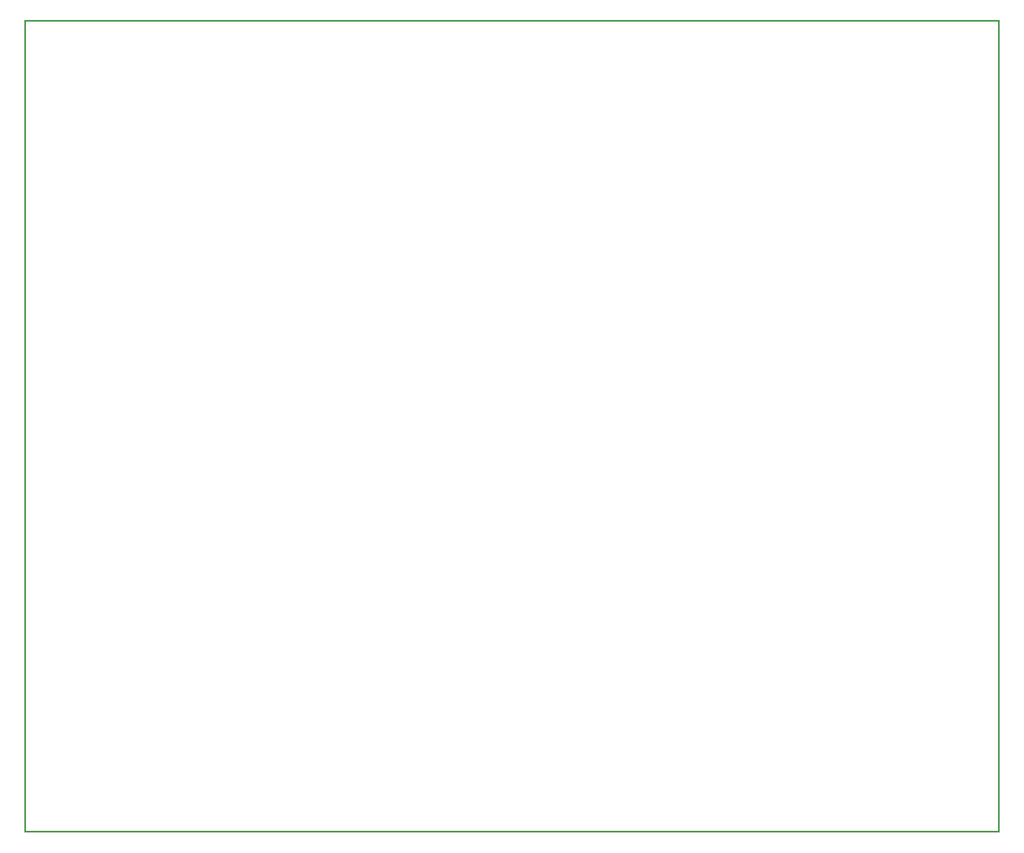
<source format=gbr>
G04 start of page 8 for group 6 idx 6 *
G04 Title: (unknown), outline *
G04 Creator: pcb 20110918 *
G04 CreationDate: Wed Aug  7 03:13:51 2013 UTC *
G04 For: mokus *
G04 Format: Gerber/RS-274X *
G04 PCB-Dimensions: 600000 500000 *
G04 PCB-Coordinate-Origin: lower left *
%MOIN*%
%FSLAX25Y25*%
%LNOUTLINE*%
%ADD12R,0.0100X0.0100*%
G54D12*X0Y500000D02*Y0D01*
Y500000D02*X600000D01*
X0Y0D02*X600000D01*
Y500000D02*Y0D01*
M02*

</source>
